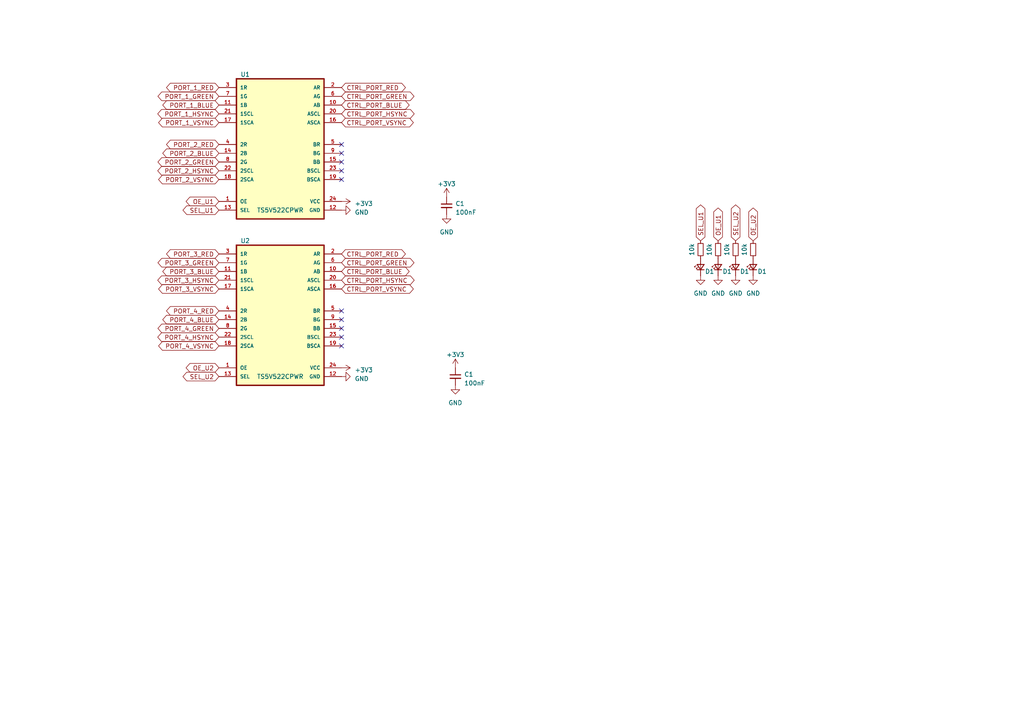
<source format=kicad_sch>
(kicad_sch (version 20230121) (generator eeschema)
  (paper "A4")
  (lib_symbols
    (symbol "Device:C_Small" (pin_numbers hide) (pin_names (offset 0.254) hide)
      (property "Reference" "C" (at 0.254 1.778 0))
      (property "Value" "C_Small" (at 0.254 -2.032 0))
      (symbol "C_Small_0_1"
        (polyline (pts (xy -1.524 -0.508) (xy 1.524 -0.508)) (stroke (width 0.3302)))
        (polyline (pts (xy -1.524 0.508) (xy 1.524 0.508)) (stroke (width 0.3048)))
      )
      (symbol "C_Small_1_1"
        (pin passive line (at 0 2.54 270) (length 2.032) (name "~") (number "1"))
        (pin passive line (at 0 -2.54 90) (length 2.032) (name "~") (number "2"))
      )
    )
    (symbol "Device:LED_Small" (pin_numbers hide) (pin_names (offset 0.254) hide)
      (property "Reference" "D" (at -1.27 3.175 0))
      (property "Value" "LED_Small" (at -4.445 -2.54 0))
      (symbol "LED_Small_0_1"
        (polyline (pts (xy -0.762 -1.016) (xy -0.762 1.016)) (stroke (width 0.254)))
        (polyline (pts (xy 1.016 0) (xy -0.762 0)))
        (polyline (pts (xy 0.762 -1.016) (xy -0.762 0) (xy 0.762 1.016) (xy 0.762 -1.016)) (stroke (width 0.254)))
        (polyline (pts (xy 0 0.762) (xy -0.508 1.27) (xy -0.254 1.27) (xy -0.508 1.27) (xy -0.508 1.016)))
        (polyline (pts (xy 0.508 1.27) (xy 0 1.778) (xy 0.254 1.778) (xy 0 1.778) (xy 0 1.524)))
      )
      (symbol "LED_Small_1_1"
        (pin passive line (at -2.54 0 0) (length 1.778) (name "K") (number "1"))
        (pin passive line (at 2.54 0 180) (length 1.778) (name "A") (number "2"))
      )
    )
    (symbol "Device:R_Small" (pin_numbers hide) (pin_names (offset 0.254) hide)
      (property "Reference" "R" (at 0.762 0.508 0))
      (property "Value" "R_Small" (at 0.762 -1.016 0))
      (symbol "R_Small_0_1"
        (rectangle (start -0.762 1.778) (end 0.762 -1.778) (stroke (width 0.2032)))
      )
      (symbol "R_Small_1_1"
        (pin passive line (at 0 2.54 270) (length 0.762) (name "~") (number "1"))
        (pin passive line (at 0 -2.54 90) (length 0.762) (name "~") (number "2"))
      )
    )
    (symbol "TS5V522CPWR:TS5V522CPWR" (pin_names (offset 1.016))
      (property "Reference" "U" (at -11.43 22.86 0))
      (property "Value" "TS5V522CPWR" (at -5.08 -21.59 0))
      (symbol "TS5V522CPWR_0_0"
        (rectangle (start -12.7 21.59) (end 12.7 -19.05) (stroke (width 0.41)) (fill (type background)))
        (pin bidirectional line (at -17.78 -13.97 0) (length 5.08) (name "OE") (number "1"))
        (pin bidirectional line (at 17.78 13.97 180) (length 5.08) (name "AB") (number "10"))
        (pin bidirectional line (at -17.78 13.97 0) (length 5.08) (name "1B") (number "11"))
        (pin power_in line (at 17.78 -16.51 180) (length 5.08) (name "GND") (number "12"))
        (pin bidirectional line (at -17.78 -16.51 0) (length 5.08) (name "SEL") (number "13"))
        (pin bidirectional line (at -17.78 0 0) (length 5.08) (name "2B") (number "14"))
        (pin bidirectional line (at 17.78 -2.54 180) (length 5.08) (name "BB") (number "15"))
        (pin bidirectional line (at 17.78 8.89 180) (length 5.08) (name "ASCA") (number "16"))
        (pin bidirectional line (at -17.78 8.89 0) (length 5.08) (name "1SCA") (number "17"))
        (pin bidirectional line (at -17.78 -7.62 0) (length 5.08) (name "2SCA") (number "18"))
        (pin bidirectional line (at 17.78 -7.62 180) (length 5.08) (name "BSCA") (number "19"))
        (pin bidirectional line (at 17.78 19.05 180) (length 5.08) (name "AR") (number "2"))
        (pin bidirectional line (at 17.78 11.43 180) (length 5.08) (name "ASCL") (number "20"))
        (pin bidirectional line (at -17.78 11.43 0) (length 5.08) (name "1SCL") (number "21"))
        (pin bidirectional line (at -17.78 -5.08 0) (length 5.08) (name "2SCL") (number "22"))
        (pin bidirectional line (at 17.78 -5.08 180) (length 5.08) (name "BSCL") (number "23"))
        (pin power_in line (at 17.78 -13.97 180) (length 5.08) (name "VCC") (number "24"))
        (pin bidirectional line (at -17.78 19.05 0) (length 5.08) (name "1R") (number "3"))
        (pin bidirectional line (at -17.78 2.54 0) (length 5.08) (name "2R") (number "4"))
        (pin bidirectional line (at 17.78 2.54 180) (length 5.08) (name "BR") (number "5"))
        (pin bidirectional line (at 17.78 16.51 180) (length 5.08) (name "AG") (number "6"))
        (pin bidirectional line (at -17.78 16.51 0) (length 5.08) (name "1G") (number "7"))
        (pin bidirectional line (at -17.78 -2.54 0) (length 5.08) (name "2G") (number "8"))
        (pin bidirectional line (at 17.78 0 180) (length 5.08) (name "BG") (number "9"))
      )
    )
    (symbol "power:+3V3" (power) (pin_names (offset 0))
      (property "Value" "+3V3" (at 0 3.556 0))
      (symbol "+3V3_0_1"
        (polyline (pts (xy -0.762 1.27) (xy 0 2.54)))
        (polyline (pts (xy 0 0) (xy 0 2.54)))
        (polyline (pts (xy 0 2.54) (xy 0.762 1.27)))
      )
      (symbol "+3V3_1_1"
        (pin power_in line (at 0 0 90) (length 0) hide (name "+3V3") (number "1"))
      )
    )
    (symbol "power:GND" (power) (pin_names (offset 0))
      (property "Value" "GND" (at 0 -3.81 0))
      (symbol "GND_0_1"
        (polyline (pts (xy 0 0) (xy 0 -1.27) (xy 1.27 -1.27) (xy 0 -2.54) (xy -1.27 -1.27) (xy 0 -1.27)))
      )
      (symbol "GND_1_1"
        (pin power_in line (at 0 0 270) (length 0) hide (name "GND") (number "1"))
      )
    )
  )
  (no_connect (at 99.06 90.17))
  (no_connect (at 99.06 97.79))
  (no_connect (at 99.06 100.33))
  (no_connect (at 99.06 92.71))
  (no_connect (at 99.06 95.25))
  (no_connect (at 99.06 52.07))
  (no_connect (at 99.06 46.99))
  (no_connect (at 99.06 49.53))
  (no_connect (at 99.06 44.45))
  (no_connect (at 99.06 41.91))
  (global_label "CTRL_PORT_VSYNC" (shape bidirectional) (at 99.06 83.82 0) (property "Intersheetrefs" "${INTERSHEET_REFS}" (effects hide)))
  (global_label "CTRL_PORT_GREEN" (shape bidirectional) (at 99.06 76.2 0) (property "Intersheetrefs" "${INTERSHEET_REFS}" (effects hide)))
  (global_label "PORT_2_GREEN" (shape bidirectional) (at 63.5 46.99 180) (property "Intersheetrefs" "${INTERSHEET_REFS}" (effects hide)))
  (global_label "OE_U1" (shape bidirectional) (at 208.28 69.85 90) (property "Intersheetrefs" "${INTERSHEET_REFS}" (effects hide)))
  (global_label "PORT_4_HSYNC" (shape bidirectional) (at 63.5 97.79 180) (property "Intersheetrefs" "${INTERSHEET_REFS}" (effects hide)))
  (global_label "PORT_1_GREEN" (shape bidirectional) (at 63.5 27.94 180) (property "Intersheetrefs" "${INTERSHEET_REFS}" (effects hide)))
  (global_label "CTRL_PORT_HSYNC" (shape bidirectional) (at 99.06 33.02 0) (property "Intersheetrefs" "${INTERSHEET_REFS}" (effects hide)))
  (global_label "PORT_3_GREEN" (shape bidirectional) (at 63.5 76.2 180) (property "Intersheetrefs" "${INTERSHEET_REFS}" (effects hide)))
  (global_label "CTRL_PORT_RED" (shape bidirectional) (at 99.06 25.4 0) (property "Intersheetrefs" "${INTERSHEET_REFS}" (effects hide)))
  (global_label "PORT_3_RED" (shape bidirectional) (at 63.5 73.66 180) (property "Intersheetrefs" "${INTERSHEET_REFS}" (effects hide)))
  (global_label "OE_U2" (shape bidirectional) (at 63.5 106.68 180) (property "Intersheetrefs" "${INTERSHEET_REFS}" (effects hide)))
  (global_label "PORT_1_HSYNC" (shape bidirectional) (at 63.5 33.02 180) (property "Intersheetrefs" "${INTERSHEET_REFS}" (effects hide)))
  (global_label "PORT_1_BLUE" (shape bidirectional) (at 63.5 30.48 180) (property "Intersheetrefs" "${INTERSHEET_REFS}" (effects hide)))
  (global_label "PORT_3_VSYNC" (shape bidirectional) (at 63.5 83.82 180) (property "Intersheetrefs" "${INTERSHEET_REFS}" (effects hide)))
  (global_label "CTRL_PORT_HSYNC" (shape bidirectional) (at 99.06 81.28 0) (property "Intersheetrefs" "${INTERSHEET_REFS}" (effects hide)))
  (global_label "PORT_3_BLUE" (shape bidirectional) (at 63.5 78.74 180) (property "Intersheetrefs" "${INTERSHEET_REFS}" (effects hide)))
  (global_label "PORT_2_BLUE" (shape bidirectional) (at 63.5 44.45 180) (property "Intersheetrefs" "${INTERSHEET_REFS}" (effects hide)))
  (global_label "PORT_1_RED" (shape bidirectional) (at 63.5 25.4 180) (property "Intersheetrefs" "${INTERSHEET_REFS}" (effects hide)))
  (global_label "PORT_4_GREEN" (shape bidirectional) (at 63.5 95.25 180) (property "Intersheetrefs" "${INTERSHEET_REFS}" (effects hide)))
  (global_label "PORT_4_BLUE" (shape bidirectional) (at 63.5 92.71 180) (property "Intersheetrefs" "${INTERSHEET_REFS}" (effects hide)))
  (global_label "CTRL_PORT_GREEN" (shape bidirectional) (at 99.06 27.94 0) (property "Intersheetrefs" "${INTERSHEET_REFS}" (effects hide)))
  (global_label "PORT_2_RED" (shape bidirectional) (at 63.5 41.91 180) (property "Intersheetrefs" "${INTERSHEET_REFS}" (effects hide)))
  (global_label "PORT_4_RED" (shape bidirectional) (at 63.5 90.17 180) (property "Intersheetrefs" "${INTERSHEET_REFS}" (effects hide)))
  (global_label "CTRL_PORT_BLUE" (shape bidirectional) (at 99.06 30.48 0) (property "Intersheetrefs" "${INTERSHEET_REFS}" (effects hide)))
  (global_label "CTRL_PORT_VSYNC" (shape bidirectional) (at 99.06 35.56 0) (property "Intersheetrefs" "${INTERSHEET_REFS}" (effects hide)))
  (global_label "PORT_2_HSYNC" (shape bidirectional) (at 63.5 49.53 180) (property "Intersheetrefs" "${INTERSHEET_REFS}" (effects hide)))
  (global_label "SEL_U2" (shape bidirectional) (at 63.5 109.22 180) (property "Intersheetrefs" "${INTERSHEET_REFS}" (effects hide)))
  (global_label "PORT_3_HSYNC" (shape bidirectional) (at 63.5 81.28 180) (property "Intersheetrefs" "${INTERSHEET_REFS}" (effects hide)))
  (global_label "CTRL_PORT_RED" (shape bidirectional) (at 99.06 73.66 0) (property "Intersheetrefs" "${INTERSHEET_REFS}" (effects hide)))
  (global_label "SEL_U2" (shape bidirectional) (at 213.36 69.85 90) (property "Intersheetrefs" "${INTERSHEET_REFS}" (effects hide)))
  (global_label "PORT_4_VSYNC" (shape bidirectional) (at 63.5 100.33 180) (property "Intersheetrefs" "${INTERSHEET_REFS}" (effects hide)))
  (global_label "OE_U1" (shape bidirectional) (at 63.5 58.42 180) (property "Intersheetrefs" "${INTERSHEET_REFS}" (effects hide)))
  (global_label "PORT_2_VSYNC" (shape bidirectional) (at 63.5 52.07 180) (property "Intersheetrefs" "${INTERSHEET_REFS}" (effects hide)))
  (global_label "SEL_U1" (shape bidirectional) (at 63.5 60.96 180) (property "Intersheetrefs" "${INTERSHEET_REFS}" (effects hide)))
  (global_label "CTRL_PORT_BLUE" (shape bidirectional) (at 99.06 78.74 0) (property "Intersheetrefs" "${INTERSHEET_REFS}" (effects hide)))
  (global_label "OE_U2" (shape bidirectional) (at 218.44 69.85 90) (property "Intersheetrefs" "${INTERSHEET_REFS}" (effects hide)))
  (global_label "SEL_U1" (shape bidirectional) (at 203.2 69.85 90) (property "Intersheetrefs" "${INTERSHEET_REFS}" (effects hide)))
  (global_label "PORT_1_VSYNC" (shape bidirectional) (at 63.5 35.56 180) (property "Intersheetrefs" "${INTERSHEET_REFS}" (effects hide)))
  (symbol (lib_id "Device:LED_Small") (at 218.44 77.47 90) (unit 1)
    (property "Reference" "D1" (at 219.71 78.74 90) (effects (justify right)))
    (property "Value" "LED_Small" (effects hide))
    (property "Footprint" "LED_SMD:LED_0805_2012Metric" (effects hide))
    (property "LCSC" "C2297" (effects hide))
    (instances (project "VintageKVM" (path "" (reference "D1") (unit 1)) (path "" (reference "D4") (unit 1))))
  )
  (symbol (lib_id "power:GND") (at 99.06 109.22 90) (unit 1)
    (property "Reference" "#PWR07" (effects hide))
    (property "Value" "GND" (at 102.87 109.855 90) (effects (justify right)))
    (instances (project "VintageKVM" (path "" (reference "#PWR07") (unit 1)) (path "" (reference "#PWR086") (unit 1))))
  )
  (symbol (lib_id "power:+3V3") (at 99.06 58.42 270) (unit 1)
    (property "Reference" "#PWR04" (effects hide))
    (property "Value" "+3V3" (at 102.87 59.055 90) (effects (justify left)))
    (instances (project "VintageKVM" (path "" (reference "#PWR04") (unit 1)) (path "" (reference "#PWR083") (unit 1))))
  )
  (symbol (lib_id "Device:LED_Small") (at 203.2 77.47 90) (unit 1)
    (property "Reference" "D1" (at 204.47 78.74 90) (effects (justify right)))
    (property "Value" "LED_Small" (effects hide))
    (property "Footprint" "LED_SMD:LED_0805_2012Metric" (effects hide))
    (property "LCSC" "C2297" (effects hide))
  )
  (symbol (lib_id "power:GND") (at 132.08 111.76 0) (unit 1)
    (property "Reference" "#PWR05" (effects hide))
    (property "Value" "GND" (at 132.08 116.84 0))
    (instances (project "VintageKVM" (path "" (reference "#PWR05") (unit 1)) (path "" (reference "#PWR090") (unit 1))))
  )
  (symbol (lib_id "Device:LED_Small") (at 213.36 77.47 90) (unit 1)
    (property "Reference" "D1" (at 214.63 78.74 90) (effects (justify right)))
    (property "Value" "LED_Small" (effects hide))
    (property "Footprint" "LED_SMD:LED_0805_2012Metric" (effects hide))
    (property "LCSC" "C2297" (effects hide))
    (instances (project "VintageKVM" (path "" (reference "D1") (unit 1)) (path "" (reference "D3") (unit 1))))
  )
  (symbol (lib_id "power:+3V3") (at 99.06 106.68 270) (unit 1)
    (property "Reference" "#PWR06" (effects hide))
    (property "Value" "+3V3" (at 102.87 107.315 90) (effects (justify left)))
    (instances (project "VintageKVM" (path "" (reference "#PWR06") (unit 1)) (path "" (reference "#PWR085") (unit 1))))
  )
  (symbol (lib_id "Device:LED_Small") (at 208.28 77.47 90) (unit 1)
    (property "Reference" "D1" (at 209.55 78.74 90) (effects (justify right)))
    (property "Value" "LED_Small" (effects hide))
    (property "Footprint" "LED_SMD:LED_0805_2012Metric" (effects hide))
    (property "LCSC" "C2297" (effects hide))
    (instances (project "VintageKVM" (path "" (reference "D1") (unit 1)) (path "" (reference "D2") (unit 1))))
  )
  (symbol (lib_id "Device:R_Small") (at 208.28 72.39 0) (unit 1)
    (property "Reference" "R1" (effects hide))
    (property "Value" "10k" (at 205.74 72.39 90))
    (property "Footprint" "Resistor_SMD:R_0402_1005Metric" (effects hide))
    (property "LCSC" "C25744" (effects hide))
    (instances (project "VintageKVM" (path "" (reference "R1") (unit 1)) (path "" (reference "R3") (unit 1)) (path "" (reference "R19") (unit 1)) (path "" (reference "R7") (unit 1)) (path "" (reference "R5") (unit 1)) (path "" (reference "R11") (unit 1)) (path "" (reference "R9") (unit 1)) (path "" (reference "R15") (unit 1)) (path "" (reference "R13") (unit 1)) (path "" (reference "R17") (unit 1)) (path "" (reference "R24") (unit 1)) (path "" (reference "R26") (unit 1))) (project "LevelShifter" (path "" (reference "R10") (unit 1))))
  )
  (symbol (lib_id "power:GND") (at 203.2 80.01 0) (unit 1)
    (property "Reference" "#PWR05" (effects hide))
    (property "Value" "GND" (at 203.2 85.09 0))
    (instances (project "VintageKVM" (path "" (reference "#PWR05") (unit 1)) (path "" (reference "#PWR099") (unit 1))))
  )
  (symbol (lib_id "power:GND") (at 129.54 62.23 0) (unit 1)
    (property "Reference" "#PWR05" (effects hide))
    (property "Value" "GND" (at 129.54 67.31 0))
    (instances (project "VintageKVM" (path "" (reference "#PWR05") (unit 1)) (path "" (reference "#PWR088") (unit 1))))
  )
  (symbol (lib_id "power:GND") (at 213.36 80.01 0) (unit 1)
    (property "Reference" "#PWR05" (effects hide))
    (property "Value" "GND" (at 213.36 85.09 0))
    (instances (project "VintageKVM" (path "" (reference "#PWR05") (unit 1)) (path "" (reference "#PWR0101") (unit 1))))
  )
  (symbol (lib_id "Device:C_Small") (at 132.08 109.22 0) (unit 1)
    (property "Reference" "C1" (at 134.62 108.5913 0) (effects (justify left)))
    (property "Value" "100nF" (at 134.62 111.1313 0) (effects (justify left)))
    (property "Footprint" "Capacitor_SMD:C_0402_1005Metric" (effects hide))
    (property "LCSC" "C1525" (effects hide))
    (instances (project "VintageKVM" (path "" (reference "C1") (unit 1)) (path "" (reference "C2") (unit 1))))
  )
  (symbol (lib_id "Device:R_Small") (at 213.36 72.39 0) (unit 1)
    (property "Reference" "R1" (effects hide))
    (property "Value" "10k" (at 210.82 72.39 90))
    (property "Footprint" "Resistor_SMD:R_0402_1005Metric" (effects hide))
    (property "LCSC" "C25744" (effects hide))
    (instances (project "VintageKVM" (path "" (reference "R1") (unit 1)) (path "" (reference "R3") (unit 1)) (path "" (reference "R19") (unit 1)) (path "" (reference "R7") (unit 1)) (path "" (reference "R5") (unit 1)) (path "" (reference "R11") (unit 1)) (path "" (reference "R9") (unit 1)) (path "" (reference "R15") (unit 1)) (path "" (reference "R13") (unit 1)) (path "" (reference "R17") (unit 1)) (path "" (reference "R24") (unit 1)) (path "" (reference "R27") (unit 1))) (project "LevelShifter" (path "" (reference "R10") (unit 1))))
  )
  (symbol (lib_id "power:+3V3") (at 132.08 106.68 0) (unit 1)
    (property "Reference" "#PWR04" (effects hide))
    (property "Value" "+3V3" (at 132.08 102.87 0))
    (instances (project "VintageKVM" (path "" (reference "#PWR04") (unit 1)) (path "" (reference "#PWR089") (unit 1))))
  )
  (symbol (lib_id "Device:R_Small") (at 218.44 72.39 0) (unit 1)
    (property "Reference" "R1" (effects hide))
    (property "Value" "10k" (at 215.9 72.39 90))
    (property "Footprint" "Resistor_SMD:R_0402_1005Metric" (effects hide))
    (property "LCSC" "C25744" (effects hide))
    (instances (project "VintageKVM" (path "" (reference "R1") (unit 1)) (path "" (reference "R3") (unit 1)) (path "" (reference "R19") (unit 1)) (path "" (reference "R7") (unit 1)) (path "" (reference "R5") (unit 1)) (path "" (reference "R11") (unit 1)) (path "" (reference "R9") (unit 1)) (path "" (reference "R15") (unit 1)) (path "" (reference "R13") (unit 1)) (path "" (reference "R17") (unit 1)) (path "" (reference "R24") (unit 1)) (path "" (reference "R28") (unit 1))) (project "LevelShifter" (path "" (reference "R10") (unit 1))))
  )
  (symbol (lib_id "power:+3V3") (at 129.54 57.15 0) (unit 1)
    (property "Reference" "#PWR04" (effects hide))
    (property "Value" "+3V3" (at 129.54 53.34 0))
    (instances (project "VintageKVM" (path "" (reference "#PWR04") (unit 1)) (path "" (reference "#PWR087") (unit 1))))
  )
  (symbol (lib_id "TS5V522CPWR:TS5V522CPWR") (at 81.28 92.71 0) (unit 1)
    (property "Reference" "U2" (at 71.12 69.85 0))
    (property "Value" "TS5V522CPWR" (at 81.28 109.22 0))
    (property "Footprint" "SOP65P640X120-24N" (effects hide))
    (instances (project "VintageKVM" (path "" (reference "U2") (unit 1)) (path "" (reference "U3") (unit 1))))
  )
  (symbol (lib_id "Device:R_Small") (at 203.2 72.39 0) (unit 1)
    (property "Reference" "R1" (effects hide))
    (property "Value" "10k" (at 200.66 72.39 90))
    (property "Footprint" "Resistor_SMD:R_0402_1005Metric" (effects hide))
    (property "LCSC" "C25744" (effects hide))
    (instances (project "VintageKVM" (path "" (reference "R1") (unit 1)) (path "" (reference "R3") (unit 1)) (path "" (reference "R19") (unit 1)) (path "" (reference "R7") (unit 1)) (path "" (reference "R5") (unit 1)) (path "" (reference "R11") (unit 1)) (path "" (reference "R9") (unit 1)) (path "" (reference "R15") (unit 1)) (path "" (reference "R13") (unit 1)) (path "" (reference "R17") (unit 1)) (path "" (reference "R24") (unit 1)) (path "" (reference "R25") (unit 1))) (project "LevelShifter" (path "" (reference "R10") (unit 1))))
  )
  (symbol (lib_id "power:GND") (at 218.44 80.01 0) (unit 1)
    (property "Reference" "#PWR05" (effects hide))
    (property "Value" "GND" (at 218.44 85.09 0))
    (instances (project "VintageKVM" (path "" (reference "#PWR05") (unit 1)) (path "" (reference "#PWR0102") (unit 1))))
  )
  (symbol (lib_id "TS5V522CPWR:TS5V522CPWR") (at 81.28 44.45 0) (unit 1)
    (property "Reference" "U1" (at 71.12 21.59 0))
    (property "Value" "TS5V522CPWR" (at 81.28 60.96 0))
    (property "Footprint" "SOP65P640X120-24N" (effects hide))
    (instances (project "VintageKVM" (path "" (reference "U1") (unit 1)) (path "" (reference "U2") (unit 1))))
  )
  (symbol (lib_id "power:GND") (at 99.06 60.96 90) (unit 1)
    (property "Reference" "#PWR05" (effects hide))
    (property "Value" "GND" (at 102.87 61.595 90) (effects (justify right)))
    (instances (project "VintageKVM" (path "" (reference "#PWR05") (unit 1)) (path "" (reference "#PWR084") (unit 1))))
  )
  (symbol (lib_id "Device:C_Small") (at 129.54 59.69 0) (unit 1)
    (property "Reference" "C1" (at 132.08 59.0613 0) (effects (justify left)))
    (property "Value" "100nF" (at 132.08 61.6013 0) (effects (justify left)))
    (property "Footprint" "Capacitor_SMD:C_0402_1005Metric" (effects hide))
    (property "LCSC" "C1525" (effects hide))
  )
  (symbol (lib_id "power:GND") (at 208.28 80.01 0) (unit 1)
    (property "Reference" "#PWR05" (effects hide))
    (property "Value" "GND" (at 208.28 85.09 0))
    (instances (project "VintageKVM" (path "" (reference "#PWR05") (unit 1)) (path "" (reference "#PWR0100") (unit 1))))
  )
)
</source>
